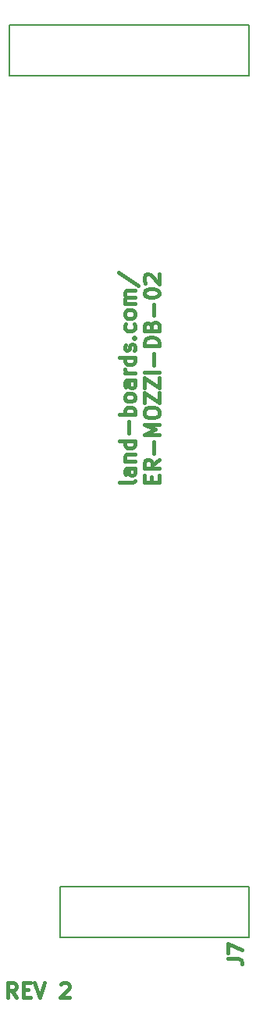
<source format=gto>
%TF.GenerationSoftware,KiCad,Pcbnew,(6.0.1)*%
%TF.CreationDate,2023-01-24T19:01:18-05:00*%
%TF.ProjectId,ER-PROTO-03-MOZZI-DB,45522d50-524f-4544-9f2d-30332d4d4f5a,1*%
%TF.SameCoordinates,Original*%
%TF.FileFunction,Legend,Top*%
%TF.FilePolarity,Positive*%
%FSLAX46Y46*%
G04 Gerber Fmt 4.6, Leading zero omitted, Abs format (unit mm)*
G04 Created by KiCad (PCBNEW (6.0.1)) date 2023-01-24 19:01:18*
%MOMM*%
%LPD*%
G01*
G04 APERTURE LIST*
%ADD10C,0.150000*%
%ADD11C,0.381000*%
G04 APERTURE END LIST*
D10*
X105000000Y-104000000D02*
X125500000Y-104000000D01*
X125500000Y-104000000D02*
X125500000Y-109500000D01*
X125500000Y-109500000D02*
X105000000Y-109500000D01*
X105000000Y-109500000D02*
X105000000Y-104000000D01*
X99500000Y-10500000D02*
X125500000Y-10500000D01*
X125500000Y-10500000D02*
X125500000Y-16000000D01*
X125500000Y-16000000D02*
X99500000Y-16000000D01*
X99500000Y-16000000D02*
X99500000Y-10500000D01*
D11*
X100257428Y-116062880D02*
X99707095Y-115276690D01*
X99314000Y-116062880D02*
X99314000Y-114411880D01*
X99942952Y-114411880D01*
X100100190Y-114490500D01*
X100178809Y-114569119D01*
X100257428Y-114726357D01*
X100257428Y-114962214D01*
X100178809Y-115119452D01*
X100100190Y-115198071D01*
X99942952Y-115276690D01*
X99314000Y-115276690D01*
X100965000Y-115198071D02*
X101515333Y-115198071D01*
X101751190Y-116062880D02*
X100965000Y-116062880D01*
X100965000Y-114411880D01*
X101751190Y-114411880D01*
X102222904Y-114411880D02*
X102773238Y-116062880D01*
X103323571Y-114411880D01*
X105053190Y-114569119D02*
X105131809Y-114490500D01*
X105289047Y-114411880D01*
X105682142Y-114411880D01*
X105839380Y-114490500D01*
X105918000Y-114569119D01*
X105996619Y-114726357D01*
X105996619Y-114883595D01*
X105918000Y-115119452D01*
X104974571Y-116062880D01*
X105996619Y-116062880D01*
X113082825Y-59940976D02*
X113004206Y-60098214D01*
X112846968Y-60176833D01*
X111431825Y-60176833D01*
X113082825Y-58604452D02*
X112218016Y-58604452D01*
X112060778Y-58683071D01*
X111982159Y-58840309D01*
X111982159Y-59154785D01*
X112060778Y-59312023D01*
X113004206Y-58604452D02*
X113082825Y-58761690D01*
X113082825Y-59154785D01*
X113004206Y-59312023D01*
X112846968Y-59390642D01*
X112689730Y-59390642D01*
X112532492Y-59312023D01*
X112453873Y-59154785D01*
X112453873Y-58761690D01*
X112375254Y-58604452D01*
X111982159Y-57818261D02*
X113082825Y-57818261D01*
X112139397Y-57818261D02*
X112060778Y-57739642D01*
X111982159Y-57582404D01*
X111982159Y-57346547D01*
X112060778Y-57189309D01*
X112218016Y-57110690D01*
X113082825Y-57110690D01*
X113082825Y-55616928D02*
X111431825Y-55616928D01*
X113004206Y-55616928D02*
X113082825Y-55774166D01*
X113082825Y-56088642D01*
X113004206Y-56245880D01*
X112925587Y-56324500D01*
X112768349Y-56403119D01*
X112296635Y-56403119D01*
X112139397Y-56324500D01*
X112060778Y-56245880D01*
X111982159Y-56088642D01*
X111982159Y-55774166D01*
X112060778Y-55616928D01*
X112453873Y-54830738D02*
X112453873Y-53572833D01*
X113082825Y-52786642D02*
X111431825Y-52786642D01*
X112060778Y-52786642D02*
X111982159Y-52629404D01*
X111982159Y-52314928D01*
X112060778Y-52157690D01*
X112139397Y-52079071D01*
X112296635Y-52000452D01*
X112768349Y-52000452D01*
X112925587Y-52079071D01*
X113004206Y-52157690D01*
X113082825Y-52314928D01*
X113082825Y-52629404D01*
X113004206Y-52786642D01*
X113082825Y-51057023D02*
X113004206Y-51214261D01*
X112925587Y-51292880D01*
X112768349Y-51371500D01*
X112296635Y-51371500D01*
X112139397Y-51292880D01*
X112060778Y-51214261D01*
X111982159Y-51057023D01*
X111982159Y-50821166D01*
X112060778Y-50663928D01*
X112139397Y-50585309D01*
X112296635Y-50506690D01*
X112768349Y-50506690D01*
X112925587Y-50585309D01*
X113004206Y-50663928D01*
X113082825Y-50821166D01*
X113082825Y-51057023D01*
X113082825Y-49091547D02*
X112218016Y-49091547D01*
X112060778Y-49170166D01*
X111982159Y-49327404D01*
X111982159Y-49641880D01*
X112060778Y-49799119D01*
X113004206Y-49091547D02*
X113082825Y-49248785D01*
X113082825Y-49641880D01*
X113004206Y-49799119D01*
X112846968Y-49877738D01*
X112689730Y-49877738D01*
X112532492Y-49799119D01*
X112453873Y-49641880D01*
X112453873Y-49248785D01*
X112375254Y-49091547D01*
X113082825Y-48305357D02*
X111982159Y-48305357D01*
X112296635Y-48305357D02*
X112139397Y-48226738D01*
X112060778Y-48148119D01*
X111982159Y-47990880D01*
X111982159Y-47833642D01*
X113082825Y-46575738D02*
X111431825Y-46575738D01*
X113004206Y-46575738D02*
X113082825Y-46732976D01*
X113082825Y-47047452D01*
X113004206Y-47204690D01*
X112925587Y-47283309D01*
X112768349Y-47361928D01*
X112296635Y-47361928D01*
X112139397Y-47283309D01*
X112060778Y-47204690D01*
X111982159Y-47047452D01*
X111982159Y-46732976D01*
X112060778Y-46575738D01*
X113004206Y-45868166D02*
X113082825Y-45710928D01*
X113082825Y-45396452D01*
X113004206Y-45239214D01*
X112846968Y-45160595D01*
X112768349Y-45160595D01*
X112611111Y-45239214D01*
X112532492Y-45396452D01*
X112532492Y-45632309D01*
X112453873Y-45789547D01*
X112296635Y-45868166D01*
X112218016Y-45868166D01*
X112060778Y-45789547D01*
X111982159Y-45632309D01*
X111982159Y-45396452D01*
X112060778Y-45239214D01*
X112925587Y-44453023D02*
X113004206Y-44374404D01*
X113082825Y-44453023D01*
X113004206Y-44531642D01*
X112925587Y-44453023D01*
X113082825Y-44453023D01*
X113004206Y-42959261D02*
X113082825Y-43116500D01*
X113082825Y-43430976D01*
X113004206Y-43588214D01*
X112925587Y-43666833D01*
X112768349Y-43745452D01*
X112296635Y-43745452D01*
X112139397Y-43666833D01*
X112060778Y-43588214D01*
X111982159Y-43430976D01*
X111982159Y-43116500D01*
X112060778Y-42959261D01*
X113082825Y-42015833D02*
X113004206Y-42173071D01*
X112925587Y-42251690D01*
X112768349Y-42330309D01*
X112296635Y-42330309D01*
X112139397Y-42251690D01*
X112060778Y-42173071D01*
X111982159Y-42015833D01*
X111982159Y-41779976D01*
X112060778Y-41622738D01*
X112139397Y-41544119D01*
X112296635Y-41465500D01*
X112768349Y-41465500D01*
X112925587Y-41544119D01*
X113004206Y-41622738D01*
X113082825Y-41779976D01*
X113082825Y-42015833D01*
X113082825Y-40757928D02*
X111982159Y-40757928D01*
X112139397Y-40757928D02*
X112060778Y-40679309D01*
X111982159Y-40522071D01*
X111982159Y-40286214D01*
X112060778Y-40128976D01*
X112218016Y-40050357D01*
X113082825Y-40050357D01*
X112218016Y-40050357D02*
X112060778Y-39971738D01*
X111982159Y-39814500D01*
X111982159Y-39578642D01*
X112060778Y-39421404D01*
X112218016Y-39342785D01*
X113082825Y-39342785D01*
X111353206Y-37377309D02*
X113475921Y-38792452D01*
X114876126Y-60137523D02*
X114876126Y-59587190D01*
X115740935Y-59351333D02*
X115740935Y-60137523D01*
X114089935Y-60137523D01*
X114089935Y-59351333D01*
X115740935Y-57700333D02*
X114954745Y-58250666D01*
X115740935Y-58643761D02*
X114089935Y-58643761D01*
X114089935Y-58014809D01*
X114168555Y-57857571D01*
X114247174Y-57778952D01*
X114404412Y-57700333D01*
X114640269Y-57700333D01*
X114797507Y-57778952D01*
X114876126Y-57857571D01*
X114954745Y-58014809D01*
X114954745Y-58643761D01*
X115111983Y-56992761D02*
X115111983Y-55734857D01*
X115740935Y-54948666D02*
X114089935Y-54948666D01*
X115269221Y-54398333D01*
X114089935Y-53848000D01*
X115740935Y-53848000D01*
X114089935Y-52747333D02*
X114089935Y-52432857D01*
X114168555Y-52275619D01*
X114325793Y-52118380D01*
X114640269Y-52039761D01*
X115190602Y-52039761D01*
X115505078Y-52118380D01*
X115662316Y-52275619D01*
X115740935Y-52432857D01*
X115740935Y-52747333D01*
X115662316Y-52904571D01*
X115505078Y-53061809D01*
X115190602Y-53140428D01*
X114640269Y-53140428D01*
X114325793Y-53061809D01*
X114168555Y-52904571D01*
X114089935Y-52747333D01*
X114089935Y-51489428D02*
X114089935Y-50388761D01*
X115740935Y-51489428D01*
X115740935Y-50388761D01*
X114089935Y-49917047D02*
X114089935Y-48816380D01*
X115740935Y-49917047D01*
X115740935Y-48816380D01*
X115740935Y-48187428D02*
X114089935Y-48187428D01*
X115111983Y-47401238D02*
X115111983Y-46143333D01*
X115740935Y-45357142D02*
X114089935Y-45357142D01*
X114089935Y-44964047D01*
X114168555Y-44728190D01*
X114325793Y-44570952D01*
X114483031Y-44492333D01*
X114797507Y-44413714D01*
X115033364Y-44413714D01*
X115347840Y-44492333D01*
X115505078Y-44570952D01*
X115662316Y-44728190D01*
X115740935Y-44964047D01*
X115740935Y-45357142D01*
X114876126Y-43155809D02*
X114954745Y-42919952D01*
X115033364Y-42841333D01*
X115190602Y-42762714D01*
X115426459Y-42762714D01*
X115583697Y-42841333D01*
X115662316Y-42919952D01*
X115740935Y-43077190D01*
X115740935Y-43706142D01*
X114089935Y-43706142D01*
X114089935Y-43155809D01*
X114168555Y-42998571D01*
X114247174Y-42919952D01*
X114404412Y-42841333D01*
X114561650Y-42841333D01*
X114718888Y-42919952D01*
X114797507Y-42998571D01*
X114876126Y-43155809D01*
X114876126Y-43706142D01*
X115111983Y-42055142D02*
X115111983Y-40797238D01*
X114089935Y-39696571D02*
X114089935Y-39539333D01*
X114168555Y-39382095D01*
X114247174Y-39303476D01*
X114404412Y-39224857D01*
X114718888Y-39146238D01*
X115111983Y-39146238D01*
X115426459Y-39224857D01*
X115583697Y-39303476D01*
X115662316Y-39382095D01*
X115740935Y-39539333D01*
X115740935Y-39696571D01*
X115662316Y-39853809D01*
X115583697Y-39932428D01*
X115426459Y-40011047D01*
X115111983Y-40089666D01*
X114718888Y-40089666D01*
X114404412Y-40011047D01*
X114247174Y-39932428D01*
X114168555Y-39853809D01*
X114089935Y-39696571D01*
X114247174Y-38517285D02*
X114168555Y-38438666D01*
X114089935Y-38281428D01*
X114089935Y-37888333D01*
X114168555Y-37731095D01*
X114247174Y-37652476D01*
X114404412Y-37573857D01*
X114561650Y-37573857D01*
X114797507Y-37652476D01*
X115740935Y-38595904D01*
X115740935Y-37573857D01*
%TO.C,J7*%
X123165434Y-111760000D02*
X124254006Y-111760000D01*
X124471720Y-111832571D01*
X124616863Y-111977714D01*
X124689434Y-112195428D01*
X124689434Y-112340571D01*
X123165434Y-111179428D02*
X123165434Y-110163428D01*
X124689434Y-110816571D01*
%TD*%
M02*

</source>
